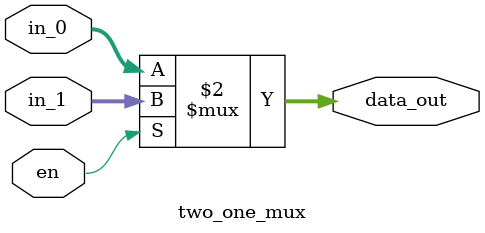
<source format=v>

module two_one_mux(
    output wire [63:0] data_out,
    input wire [63:0] in_0, in_1,
    input wire en
    );

assign data_out = (en==1) ? in_1 : in_0;

endmodule

</source>
